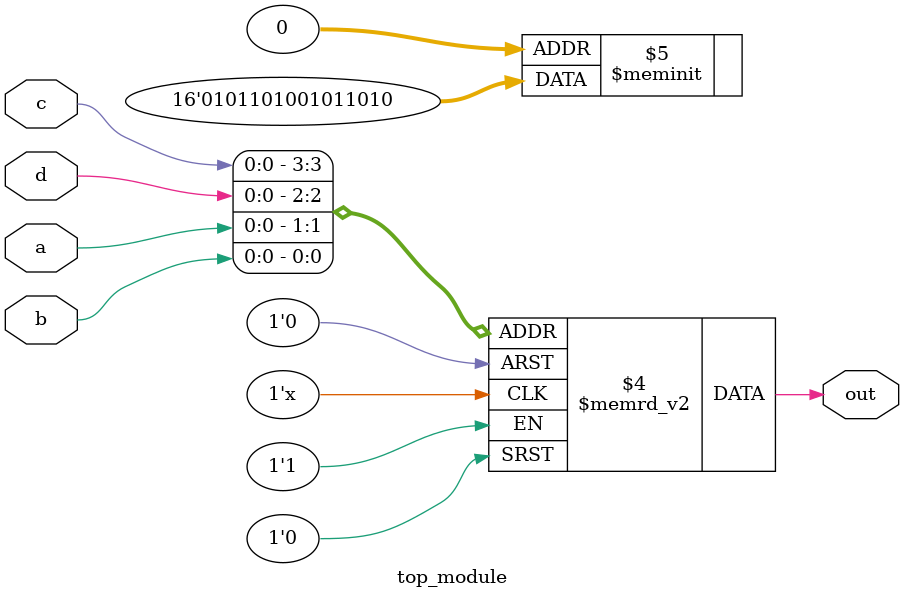
<source format=sv>
module top_module (
    input a, 
    input b,
    input c,
    input d,
    output reg out
);
    always @(*) begin
        case ({c,d,a,b})
            4'b0001, 4'b0011, 4'b0100, 4'b0110,
            4'b1001, 4'b1011, 4'b1100, 4'b1110: out = 1;
            default: out = 0;
        endcase
    end
endmodule

</source>
